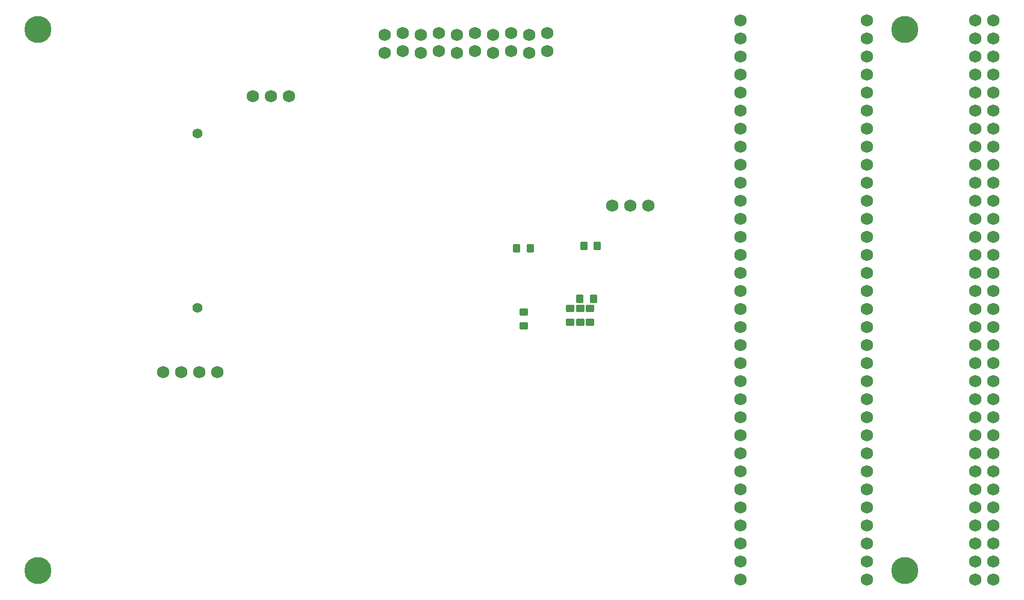
<source format=gbs>
%TF.GenerationSoftware,KiCad,Pcbnew,(6.0.5)*%
%TF.CreationDate,2022-08-23T15:07:46-04:00*%
%TF.ProjectId,UMDv3,554d4476-332e-46b6-9963-61645f706362,rev?*%
%TF.SameCoordinates,Original*%
%TF.FileFunction,Soldermask,Bot*%
%TF.FilePolarity,Negative*%
%FSLAX46Y46*%
G04 Gerber Fmt 4.6, Leading zero omitted, Abs format (unit mm)*
G04 Created by KiCad (PCBNEW (6.0.5)) date 2022-08-23 15:07:46*
%MOMM*%
%LPD*%
G01*
G04 APERTURE LIST*
G04 Aperture macros list*
%AMRoundRect*
0 Rectangle with rounded corners*
0 $1 Rounding radius*
0 $2 $3 $4 $5 $6 $7 $8 $9 X,Y pos of 4 corners*
0 Add a 4 corners polygon primitive as box body*
4,1,4,$2,$3,$4,$5,$6,$7,$8,$9,$2,$3,0*
0 Add four circle primitives for the rounded corners*
1,1,$1+$1,$2,$3*
1,1,$1+$1,$4,$5*
1,1,$1+$1,$6,$7*
1,1,$1+$1,$8,$9*
0 Add four rect primitives between the rounded corners*
20,1,$1+$1,$2,$3,$4,$5,0*
20,1,$1+$1,$4,$5,$6,$7,0*
20,1,$1+$1,$6,$7,$8,$9,0*
20,1,$1+$1,$8,$9,$2,$3,0*%
G04 Aperture macros list end*
%ADD10C,1.727200*%
%ADD11C,1.403200*%
%ADD12C,3.810000*%
%ADD13RoundRect,0.101600X0.500000X-0.400000X0.500000X0.400000X-0.500000X0.400000X-0.500000X-0.400000X0*%
%ADD14RoundRect,0.101600X0.400000X0.500000X-0.400000X0.500000X-0.400000X-0.500000X0.400000X-0.500000X0*%
%ADD15RoundRect,0.101600X-0.400000X-0.500000X0.400000X-0.500000X0.400000X0.500000X-0.400000X0.500000X0*%
G04 APERTURE END LIST*
D10*
%TO.C,CON103*%
X108966000Y-79248000D03*
X111506000Y-79248000D03*
X114046000Y-79248000D03*
%TD*%
%TO.C,CON104*%
X127508000Y-73152000D03*
X127508000Y-70612000D03*
X130048000Y-72898000D03*
X130048000Y-70358000D03*
X132588000Y-73152000D03*
X132588000Y-70612000D03*
X135128000Y-72898000D03*
X135128000Y-70358000D03*
X137668000Y-73152000D03*
X137668000Y-70612000D03*
X140208000Y-72898000D03*
X140208000Y-70358000D03*
X142748000Y-73152000D03*
X142748000Y-70612000D03*
X145288000Y-72898000D03*
X145288000Y-70358000D03*
X147828000Y-73152000D03*
X147828000Y-70612000D03*
X150368000Y-72898000D03*
X150368000Y-70358000D03*
%TD*%
D11*
%TO.C,CON105*%
X101135000Y-84474000D03*
X101135000Y-109074000D03*
%TD*%
D10*
%TO.C,CON106*%
X210566000Y-68580000D03*
X177546000Y-68580000D03*
X210566000Y-71120000D03*
X177546000Y-71120000D03*
X210566000Y-73660000D03*
X177546000Y-73660000D03*
X177546000Y-76200000D03*
X210566000Y-76200000D03*
X177546000Y-78740000D03*
X210566000Y-78740000D03*
X210566000Y-81280000D03*
X177546000Y-81280000D03*
X210566000Y-83820000D03*
X177546000Y-83820000D03*
X210566000Y-86360000D03*
X177546000Y-86360000D03*
X210566000Y-88900000D03*
X177546000Y-88900000D03*
X177546000Y-91440000D03*
X210566000Y-91440000D03*
X210566000Y-93980000D03*
X177546000Y-93980000D03*
X177546000Y-96520000D03*
X210566000Y-96520000D03*
X210566000Y-99060000D03*
X177546000Y-99060000D03*
X177546000Y-101600000D03*
X210566000Y-101600000D03*
X210566000Y-104140000D03*
X177546000Y-104140000D03*
X177546000Y-106680000D03*
X210566000Y-106680000D03*
X210566000Y-109220000D03*
X177546000Y-109220000D03*
X210566000Y-111760000D03*
X177546000Y-111760000D03*
X210566000Y-114300000D03*
X177546000Y-114300000D03*
X210566000Y-116840000D03*
X177546000Y-116840000D03*
X210566000Y-119380000D03*
X177546000Y-119380000D03*
X210566000Y-121920000D03*
X177546000Y-121920000D03*
X177546000Y-124460000D03*
X210566000Y-124460000D03*
X177546000Y-127000000D03*
X210566000Y-127000000D03*
X210566000Y-129540000D03*
X177546000Y-129540000D03*
X210566000Y-132080000D03*
X177546000Y-132080000D03*
X177546000Y-134620000D03*
X210566000Y-134620000D03*
X210566000Y-137160000D03*
X177546000Y-137160000D03*
X210566000Y-139700000D03*
X177546000Y-139700000D03*
X177546000Y-142240000D03*
X210566000Y-142240000D03*
X177546000Y-144780000D03*
X210566000Y-144780000D03*
X210566000Y-147320000D03*
X177546000Y-147320000D03*
X213106000Y-147320000D03*
X195326000Y-147320000D03*
X213106000Y-144780000D03*
X195326000Y-144780000D03*
X213106000Y-142240000D03*
X195326000Y-142240000D03*
X213106000Y-139700000D03*
X195326000Y-139700000D03*
X213106000Y-137160000D03*
X195326000Y-137160000D03*
X213106000Y-134620000D03*
X195326000Y-134620000D03*
X213106000Y-132080000D03*
X195326000Y-132080000D03*
X213106000Y-129540000D03*
X195326000Y-129540000D03*
X195326000Y-127000000D03*
X213106000Y-127000000D03*
X195326000Y-124460000D03*
X213106000Y-124460000D03*
X195326000Y-121920000D03*
X213106000Y-121920000D03*
X195326000Y-119380000D03*
X213106000Y-119380000D03*
X195326000Y-116840000D03*
X213106000Y-116840000D03*
X213106000Y-114300000D03*
X195326000Y-114300000D03*
X195326000Y-111760000D03*
X213106000Y-111760000D03*
X213106000Y-109220000D03*
X195326000Y-109220000D03*
X213106000Y-106680000D03*
X195326000Y-106680000D03*
X195326000Y-104140000D03*
X213106000Y-104140000D03*
X195326000Y-101600000D03*
X213106000Y-101600000D03*
X213106000Y-99060000D03*
X195326000Y-99060000D03*
X195326000Y-96520000D03*
X213106000Y-96520000D03*
X195326000Y-93980000D03*
X213106000Y-93980000D03*
X213106000Y-91440000D03*
X195326000Y-91440000D03*
X213106000Y-88900000D03*
X195326000Y-88900000D03*
X195326000Y-86360000D03*
X213106000Y-86360000D03*
X195326000Y-83820000D03*
X213106000Y-83820000D03*
X195326000Y-81280000D03*
X213106000Y-81280000D03*
X213106000Y-78740000D03*
X195326000Y-78740000D03*
X195326000Y-76200000D03*
X213106000Y-76200000D03*
X195326000Y-73660000D03*
X213106000Y-73660000D03*
X213106000Y-71120000D03*
X195326000Y-71120000D03*
X195326000Y-68580000D03*
X213106000Y-68580000D03*
%TD*%
D12*
%TO.C,MEC102*%
X78740000Y-146050000D03*
%TD*%
%TO.C,MEC103*%
X200660000Y-69850000D03*
%TD*%
%TO.C,MEC104*%
X200660000Y-146050000D03*
%TD*%
%TO.C,MEC101*%
X78740000Y-69850000D03*
%TD*%
D10*
%TO.C,U104*%
X96380000Y-118110000D03*
X98920000Y-118110000D03*
X101460000Y-118110000D03*
X104000000Y-118110000D03*
%TD*%
%TO.C,CON107*%
X159512000Y-94640400D03*
X162052000Y-94640400D03*
X164592000Y-94640400D03*
%TD*%
D13*
%TO.C,C117*%
X153619200Y-111059000D03*
X153619200Y-109159000D03*
%TD*%
D14*
%TO.C,C118*%
X157414000Y-100330000D03*
X155514000Y-100330000D03*
%TD*%
%TO.C,C120*%
X156880600Y-107797600D03*
X154980600Y-107797600D03*
%TD*%
D13*
%TO.C,C121*%
X156413200Y-111059000D03*
X156413200Y-109159000D03*
%TD*%
%TO.C,C122*%
X147066000Y-111567000D03*
X147066000Y-109667000D03*
%TD*%
%TO.C,C123*%
X155016200Y-111059000D03*
X155016200Y-109159000D03*
%TD*%
D15*
%TO.C,C119*%
X146065200Y-100660200D03*
X147965200Y-100660200D03*
%TD*%
M02*

</source>
